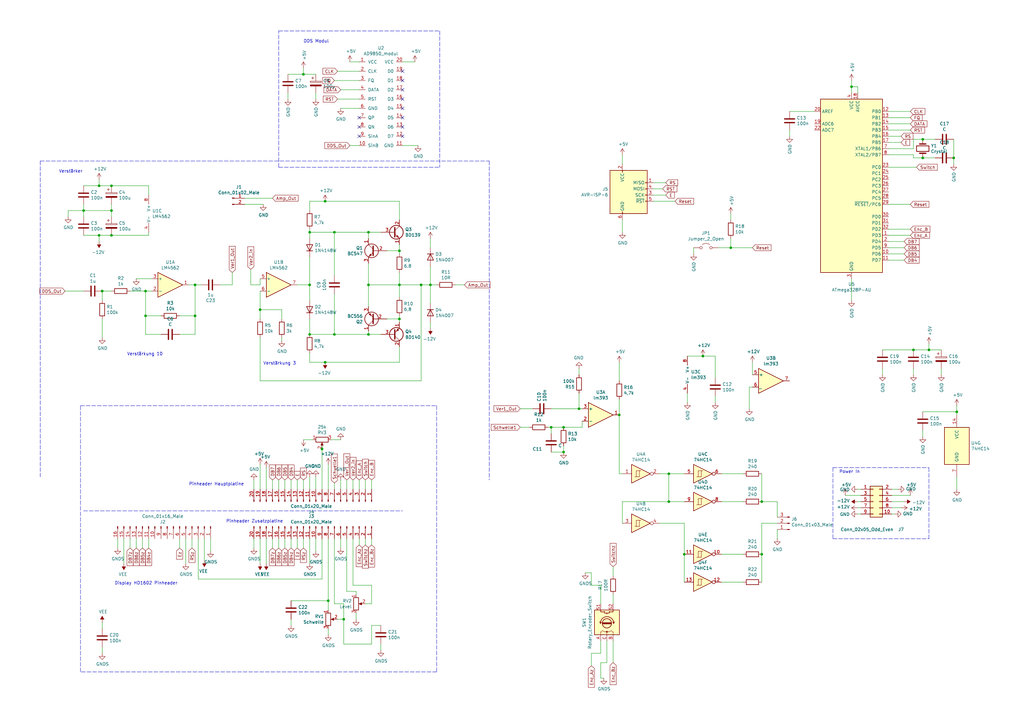
<source format=kicad_sch>
(kicad_sch (version 20231120) (generator "eeschema") (generator_version "8.0")
  (paper "A3")
  (title_block (title "DDS Modul 2 ") (date "2020-10-24") (rev "V5") (comment 1 "DDS mit ATmega, Pulsstufe, Netzteil") (comment 2 "Basierend auf Schaltung DDS VFO  Richard Visokey AD7C www.ad7c.com"))
  (junction (at 163.83 102.87))
  (junction (at 274.32 194.31))
  (junction (at 151.13 116.84))
  (junction (at 127 116.84))
  (junction (at 312.42 227.33))
  (junction (at 134.62 246.38))
  (junction (at 378.46 57.15))
  (junction (at 127 95.25))
  (junction (at 312.42 205.74))
  (junction (at 80.01 116.84))
  (junction (at 274.32 205.74))
  (junction (at 59.69 129.54))
  (junction (at 226.06 175.26))
  (junction (at 45.72 86.36))
  (junction (at 106.68 127))
  (junction (at 137.16 95.25))
  (junction (at 151.13 95.25))
  (junction (at 172.72 116.84))
  (junction (at 40.64 96.52))
  (junction (at 132.08 184.15))
  (junction (at 163.83 116.84))
  (junction (at 140.97 254))
  (junction (at 381 143.51))
  (junction (at 392.43 168.91))
  (junction (at 45.72 76.2))
  (junction (at 127 137.16))
  (junction (at 45.72 96.52))
  (junction (at 176.53 116.84))
  (junction (at 80.01 129.54))
  (junction (at 34.29 86.36))
  (junction (at 254 170.18))
  (junction (at 280.67 227.33))
  (junction (at 133.35 148.59))
  (junction (at 391.16 64.77))
  (junction (at 124.46 30.48))
  (junction (at 237.49 167.64))
  (junction (at 374.65 143.51))
  (junction (at 231.14 175.26))
  (junction (at 133.35 82.55))
  (junction (at 59.69 119.38))
  (junction (at 151.13 137.16))
  (junction (at 137.16 137.16))
  (junction (at 378.46 64.77))
  (junction (at 41.91 119.38))
  (junction (at 288.29 146.05))
  (junction (at 40.64 76.2))
  (junction (at 231.14 185.42))
  (junction (at 163.83 130.81))
  (junction (at 349.25 35.56))
  (junction (at 299.72 101.6))
  (no_connect (at 165.1 33.02))
  (no_connect (at 165.1 55.88))
  (no_connect (at 165.1 29.21))
  (no_connect (at 147.32 52.07))
  (no_connect (at 165.1 44.45))
  (no_connect (at 165.1 48.26))
  (no_connect (at 147.32 48.26))
  (no_connect (at 165.1 52.07))
  (no_connect (at 147.32 55.88))
  (no_connect (at 165.1 36.83))
  (no_connect (at 165.1 40.64))
  (no_connect (at 250.19 -35.56))
  (wire (pts (xy 246.38 271.78) (xy 248.92 271.78)))
  (wire (pts (xy 59.69 119.38) (xy 59.69 129.54)))
  (wire (pts (xy 119.38 254) (xy 119.38 256.54)))
  (wire (pts (xy 163.83 102.87) (xy 163.83 100.33)))
  (wire (pts (xy 80.01 137.16) (xy 80.01 129.54)))
  (wire (pts (xy 251.46 232.41) (xy 251.46 236.22)))
  (wire (pts (xy 270.51 214.63) (xy 280.67 214.63)))
  (wire (pts (xy 83.82 229.87) (xy 83.82 220.98)))
  (wire (pts (xy 176.53 116.84) (xy 172.72 116.84)))
  (wire (pts (xy 134.62 260.35) (xy 134.62 257.81)))
  (polyline (pts (xy 341.63 191.77) (xy 381 191.77)) (stroke (width 0) (type dash)))
  (wire (pts (xy 293.37 146.05) (xy 293.37 154.94)))
  (wire (pts (xy 251.46 247.65) (xy 251.46 243.84)))
  (wire (pts (xy 374.65 60.96) (xy 374.65 57.15)))
  (wire (pts (xy 351.79 35.56) (xy 349.25 35.56)))
  (wire (pts (xy 378.46 168.91) (xy 392.43 168.91)))
  (wire (pts (xy 378.46 57.15) (xy 383.54 57.15)))
  (wire (pts (xy 34.29 88.9) (xy 34.29 86.36)))
  (wire (pts (xy 138.43 29.21) (xy 147.32 29.21)))
  (wire (pts (xy 81.28 237.49) (xy 81.28 220.98)))
  (wire (pts (xy 62.23 114.3) (xy 55.88 114.3)))
  (wire (pts (xy 106.68 127) (xy 106.68 130.81)))
  (wire (pts (xy 114.3 196.85) (xy 114.3 200.66)))
  (wire (pts (xy 273.05 80.01) (xy 267.97 80.01)))
  (wire (pts (xy 299.72 87.63) (xy 299.72 90.17)))
  (wire (pts (xy 248.92 262.89) (xy 248.92 271.78)))
  (polyline (pts (xy 114.3 68.58) (xy 180.34 68.58)) (stroke (width 0) (type dash)))
  (wire (pts (xy 255.27 205.74) (xy 255.27 214.63)))
  (wire (pts (xy 26.67 119.38) (xy 34.29 119.38)))
  (wire (pts (xy 312.42 214.63) (xy 318.77 214.63)))
  (wire (pts (xy 116.84 224.79) (xy 116.84 220.98)))
  (wire (pts (xy 163.83 111.76) (xy 163.83 116.84)))
  (wire (pts (xy 255.27 67.31) (xy 255.27 63.5)))
  (wire (pts (xy 45.72 88.9) (xy 45.72 86.36)))
  (wire (pts (xy 119.38 246.38) (xy 134.62 246.38)))
  (wire (pts (xy 156.21 264.16) (xy 156.21 266.7)))
  (wire (pts (xy 254 170.18) (xy 254 194.31)))
  (wire (pts (xy 78.74 224.79) (xy 78.74 220.98)))
  (wire (pts (xy 142.24 196.85) (xy 142.24 200.66)))
  (polyline (pts (xy 16.51 66.04) (xy 200.66 66.04)) (stroke (width 0) (type dash)))
  (wire (pts (xy 246.38 267.97) (xy 242.57 267.97)))
  (wire (pts (xy 27.94 86.36) (xy 34.29 86.36)))
  (polyline (pts (xy 33.02 166.37) (xy 179.07 166.37)) (stroke (width 0) (type dash)))
  (wire (pts (xy 323.85 53.34) (xy 323.85 55.88)))
  (wire (pts (xy 137.16 113.03) (xy 137.16 95.25)))
  (polyline (pts (xy 341.63 191.77) (xy 341.63 220.98)) (stroke (width 0) (type dash)))
  (wire (pts (xy 307.34 167.64) (xy 307.34 158.75)))
  (wire (pts (xy 137.16 95.25) (xy 151.13 95.25)))
  (wire (pts (xy 41.91 119.38) (xy 45.72 119.38)))
  (wire (pts (xy 152.4 220.98) (xy 152.4 223.52)))
  (wire (pts (xy 165.1 25.4) (xy 170.18 25.4)))
  (wire (pts (xy 142.24 242.57) (xy 146.05 242.57)))
  (wire (pts (xy 104.14 200.66) (xy 104.14 196.85)))
  (wire (pts (xy 146.05 242.57) (xy 146.05 243.84)))
  (wire (pts (xy 45.72 96.52) (xy 60.96 96.52)))
  (wire (pts (xy 226.06 185.42) (xy 231.14 185.42)))
  (wire (pts (xy 226.06 167.64) (xy 237.49 167.64)))
  (wire (pts (xy 163.83 90.17) (xy 163.83 82.55)))
  (wire (pts (xy 163.83 116.84) (xy 163.83 121.92)))
  (wire (pts (xy 151.13 116.84) (xy 151.13 125.73)))
  (wire (pts (xy 34.29 83.82) (xy 34.29 86.36)))
  (wire (pts (xy 270.51 194.31) (xy 274.32 194.31)))
  (wire (pts (xy 176.53 109.22) (xy 176.53 116.84)))
  (wire (pts (xy 364.49 106.68) (xy 370.84 106.68)))
  (wire (pts (xy 312.42 205.74) (xy 318.77 205.74)))
  (wire (pts (xy 137.16 120.65) (xy 137.16 137.16)))
  (wire (pts (xy 119.38 196.85) (xy 119.38 200.66)))
  (wire (pts (xy 163.83 116.84) (xy 151.13 116.84)))
  (wire (pts (xy 312.42 227.33) (xy 312.42 214.63)))
  (wire (pts (xy 147.32 200.66) (xy 147.32 196.85)))
  (wire (pts (xy 254 194.31) (xy 255.27 194.31)))
  (wire (pts (xy 242.57 267.97) (xy 242.57 273.05)))
  (wire (pts (xy 246.38 240.03) (xy 242.57 240.03)))
  (wire (pts (xy 140.97 247.65) (xy 137.16 247.65)))
  (wire (pts (xy 60.96 224.79) (xy 60.96 220.98)))
  (wire (pts (xy 124.46 30.48) (xy 124.46 27.94)))
  (wire (pts (xy 111.76 224.79) (xy 111.76 220.98)))
  (wire (pts (xy 121.92 196.85) (xy 121.92 200.66)))
  (wire (pts (xy 274.32 194.31) (xy 274.32 205.74)))
  (wire (pts (xy 124.46 224.79) (xy 124.46 220.98)))
  (wire (pts (xy 237.49 161.29) (xy 237.49 167.64)))
  (wire (pts (xy 60.96 80.01) (xy 60.96 76.2)))
  (wire (pts (xy 240.03 234.95) (xy 242.57 234.95)))
  (wire (pts (xy 365.76 205.74) (xy 370.84 205.74)))
  (wire (pts (xy 151.13 95.25) (xy 156.21 95.25)))
  (wire (pts (xy 27.94 88.9) (xy 27.94 86.36)))
  (wire (pts (xy 40.64 76.2) (xy 40.64 73.66)))
  (wire (pts (xy 80.01 129.54) (xy 80.01 116.84)))
  (wire (pts (xy 127 93.98) (xy 127 95.25)))
  (wire (pts (xy 137.16 247.65) (xy 137.16 220.98)))
  (wire (pts (xy 254 148.59) (xy 254 156.21)))
  (wire (pts (xy 274.32 205.74) (xy 255.27 205.74)))
  (wire (pts (xy 318.77 205.74) (xy 318.77 212.09)))
  (wire (pts (xy 246.38 262.89) (xy 246.38 267.97)))
  (wire (pts (xy 106.68 114.3) (xy 106.68 116.84)))
  (wire (pts (xy 73.66 224.79) (xy 73.66 220.98)))
  (wire (pts (xy 50.8 231.14) (xy 50.8 220.98)))
  (wire (pts (xy 140.97 264.16) (xy 152.4 264.16)))
  (wire (pts (xy 353.06 205.74) (xy 351.79 205.74)))
  (polyline (pts (xy 16.51 66.04) (xy 16.51 195.58)) (stroke (width 0) (type dash)))
  (wire (pts (xy 238.76 167.64) (xy 237.49 167.64)))
  (wire (pts (xy 172.72 116.84) (xy 172.72 156.21)))
  (wire (pts (xy 312.42 238.76) (xy 312.42 227.33)))
  (wire (pts (xy 284.48 101.6) (xy 284.48 104.14)))
  (wire (pts (xy 158.75 102.87) (xy 163.83 102.87)))
  (wire (pts (xy 132.08 200.66) (xy 132.08 184.15)))
  (polyline (pts (xy 381 220.98) (xy 381 191.77)) (stroke (width 0) (type dash)))
  (wire (pts (xy 58.42 224.79) (xy 58.42 220.98)))
  (wire (pts (xy 45.72 83.82) (xy 45.72 86.36)))
  (wire (pts (xy 137.16 137.16) (xy 151.13 137.16)))
  (wire (pts (xy 139.7 36.83) (xy 147.32 36.83)))
  (wire (pts (xy 349.25 35.56) (xy 349.25 33.02)))
  (wire (pts (xy 152.4 240.03) (xy 152.4 247.65)))
  (wire (pts (xy 255.27 95.25) (xy 255.27 90.17)))
  (wire (pts (xy 367.03 210.82) (xy 365.76 210.82)))
  (wire (pts (xy 176.53 101.6) (xy 176.53 97.79)))
  (wire (pts (xy 134.62 246.38) (xy 134.62 250.19)))
  (polyline (pts (xy 200.66 66.04) (xy 200.66 196.85)) (stroke (width 0) (type dash)))
  (wire (pts (xy 127 95.25) (xy 127 97.79)))
  (wire (pts (xy 365.76 203.2) (xy 373.38 203.2)))
  (wire (pts (xy 59.69 129.54) (xy 66.04 129.54)))
  (wire (pts (xy 165.1 59.69) (xy 171.45 59.69)))
  (wire (pts (xy 45.72 76.2) (xy 40.64 76.2)))
  (wire (pts (xy 247.65 278.13) (xy 246.38 278.13)))
  (wire (pts (xy 127 137.16) (xy 137.16 137.16)))
  (wire (pts (xy 349.25 38.1) (xy 349.25 35.56)))
  (wire (pts (xy 281.94 161.29) (xy 281.94 165.1)))
  (wire (pts (xy 102.87 116.84) (xy 106.68 116.84)))
  (wire (pts (xy 86.36 226.06) (xy 86.36 220.98)))
  (wire (pts (xy 224.79 175.26) (xy 226.06 175.26)))
  (wire (pts (xy 147.32 44.45) (xy 139.7 44.45)))
  (wire (pts (xy 76.2 220.98) (xy 76.2 231.14)))
  (wire (pts (xy 152.4 256.54) (xy 156.21 256.54)))
  (wire (pts (xy 143.51 59.69) (xy 147.32 59.69)))
  (wire (pts (xy 121.92 224.79) (xy 121.92 220.98)))
  (wire (pts (xy 109.22 220.98) (xy 109.22 231.14)))
  (wire (pts (xy 152.4 200.66) (xy 152.4 196.85)))
  (wire (pts (xy 53.34 119.38) (xy 59.69 119.38)))
  (wire (pts (xy 60.96 95.25) (xy 60.96 96.52)))
  (wire (pts (xy 392.43 200.66) (xy 392.43 195.58)))
  (wire (pts (xy 142.24 220.98) (xy 142.24 242.57)))
  (wire (pts (xy 111.76 196.85) (xy 111.76 200.66)))
  (wire (pts (xy 127 220.98) (xy 127 231.14)))
  (wire (pts (xy 55.88 224.79) (xy 55.88 220.98)))
  (polyline (pts (xy 341.63 220.98) (xy 381 220.98)) (stroke (width 0) (type dash)))
  (wire (pts (xy 246.38 247.65) (xy 246.38 240.03)))
  (wire (pts (xy 323.85 45.72) (xy 334.01 45.72)))
  (wire (pts (xy 295.91 194.31) (xy 304.8 194.31)))
  (wire (pts (xy 115.57 127) (xy 106.68 127)))
  (wire (pts (xy 369.57 58.42) (xy 364.49 58.42)))
  (wire (pts (xy 237.49 153.67) (xy 237.49 151.13)))
  (wire (pts (xy 138.43 254) (xy 140.97 254)))
  (wire (pts (xy 106.68 138.43) (xy 106.68 156.21)))
  (wire (pts (xy 369.57 208.28) (xy 365.76 208.28)))
  (wire (pts (xy 41.91 130.81) (xy 41.91 138.43)))
  (wire (pts (xy 147.32 220.98) (xy 147.32 223.52)))
  (wire (pts (xy 190.5 116.84) (xy 186.69 116.84)))
  (wire (pts (xy 242.57 240.03) (xy 242.57 234.95)))
  (wire (pts (xy 172.72 116.84) (xy 163.83 116.84)))
  (wire (pts (xy 135.89 180.34) (xy 139.7 180.34)))
  (wire (pts (xy 373.38 53.34) (xy 364.49 53.34)))
  (wire (pts (xy 151.13 97.79) (xy 151.13 95.25)))
  (wire (pts (xy 106.68 231.14) (xy 106.68 220.98)))
  (wire (pts (xy 374.65 64.77) (xy 378.46 64.77)))
  (wire (pts (xy 386.08 151.13) (xy 386.08 153.67)))
  (wire (pts (xy 146.05 254) (xy 146.05 251.46)))
  (wire (pts (xy 281.94 146.05) (xy 288.29 146.05)))
  (wire (pts (xy 353.06 200.66) (xy 351.79 200.66)))
  (wire (pts (xy 124.46 180.34) (xy 128.27 180.34)))
  (wire (pts (xy 41.91 255.27) (xy 41.91 257.81)))
  (wire (pts (xy 137.16 200.66) (xy 137.16 198.12)))
  (wire (pts (xy 73.66 137.16) (xy 80.01 137.16)))
  (wire (pts (xy 149.86 200.66) (xy 149.86 196.85)))
  (wire (pts (xy 364.49 50.8) (xy 373.38 50.8)))
  (wire (pts (xy 280.67 205.74) (xy 274.32 205.74)))
  (wire (pts (xy 231.14 175.26) (xy 238.76 175.26)))
  (wire (pts (xy 106.68 156.21) (xy 172.72 156.21)))
  (wire (pts (xy 375.92 68.58) (xy 364.49 68.58)))
  (wire (pts (xy 139.7 220.98) (xy 139.7 224.79)))
  (wire (pts (xy 176.53 134.62) (xy 176.53 132.08)))
  (wire (pts (xy 213.36 175.26) (xy 217.17 175.26)))
  (wire (pts (xy 144.78 196.85) (xy 144.78 200.66)))
  (wire (pts (xy 100.33 81.28) (xy 111.76 81.28)))
  (wire (pts (xy 121.92 116.84) (xy 127 116.84)))
  (wire (pts (xy 144.78 220.98) (xy 144.78 240.03)))
  (wire (pts (xy 295.91 205.74) (xy 304.8 205.74)))
  (wire (pts (xy 127 148.59) (xy 133.35 148.59)))
  (wire (pts (xy 140.97 254) (xy 140.97 264.16)))
  (wire (pts (xy 364.49 48.26) (xy 373.38 48.26)))
  (wire (pts (xy 48.26 220.98) (xy 48.26 224.79)))
  (polyline (pts (xy 180.34 12.7) (xy 180.34 68.58)) (stroke (width 0) (type dash)))
  (wire (pts (xy 254 163.83) (xy 254 170.18)))
  (wire (pts (xy 361.95 143.51) (xy 374.65 143.51)))
  (wire (pts (xy 73.66 129.54) (xy 80.01 129.54)))
  (wire (pts (xy 143.51 25.4) (xy 147.32 25.4)))
  (wire (pts (xy 391.16 57.15) (xy 391.16 64.77)))
  (wire (pts (xy 127 116.84) (xy 127 123.19)))
  (wire (pts (xy 127 86.36) (xy 127 82.55)))
  (polyline (pts (xy 34.29 209.55) (xy 165.1 209.55)) (stroke (width 0) (type dash)))
  (wire (pts (xy 81.28 237.49) (xy 132.08 237.49)))
  (wire (pts (xy 365.76 200.66) (xy 368.3 200.66)))
  (wire (pts (xy 378.46 64.77) (xy 383.54 64.77)))
  (wire (pts (xy 134.62 220.98) (xy 134.62 246.38)))
  (wire (pts (xy 80.01 116.84) (xy 82.55 116.84)))
  (wire (pts (xy 373.38 83.82) (xy 364.49 83.82)))
  (wire (pts (xy 139.7 200.66) (xy 139.7 196.85)))
  (wire (pts (xy 66.04 137.16) (xy 59.69 137.16)))
  (wire (pts (xy 391.16 64.77) (xy 391.16 67.31)))
  (wire (pts (xy 364.49 96.52) (xy 373.38 96.52)))
  (polyline (pts (xy 179.07 275.59) (xy 33.02 275.59)) (stroke (width 0) (type dash)))
  (wire (pts (xy 137.16 33.02) (xy 147.32 33.02)))
  (wire (pts (xy 364.49 45.72) (xy 373.38 45.72)))
  (wire (pts (xy 129.54 200.66) (xy 129.54 195.58)))
  (wire (pts (xy 293.37 162.56) (xy 293.37 165.1)))
  (wire (pts (xy 318.77 217.17) (xy 318.77 220.98)))
  (wire (pts (xy 369.57 55.88) (xy 364.49 55.88)))
  (wire (pts (xy 349.25 123.19) (xy 349.25 114.3)))
  (wire (pts (xy 129.54 30.48) (xy 124.46 30.48)))
  (wire (pts (xy 364.49 63.5) (xy 374.65 63.5)))
  (wire (pts (xy 133.35 82.55) (xy 163.83 82.55)))
  (wire (pts (xy 295.91 238.76) (xy 304.8 238.76)))
  (wire (pts (xy 163.83 132.08) (xy 163.83 130.81)))
  (wire (pts (xy 115.57 139.7) (xy 115.57 138.43)))
  (wire (pts (xy 294.64 101.6) (xy 299.72 101.6)))
  (wire (pts (xy 374.65 151.13) (xy 374.65 153.67)))
  (wire (pts (xy 34.29 76.2) (xy 40.64 76.2)))
  (wire (pts (xy 140.97 254) (xy 140.97 247.65)))
  (wire (pts (xy 231.14 182.88) (xy 231.14 185.42)))
  (wire (pts (xy 392.43 168.91) (xy 392.43 166.37)))
  (wire (pts (xy 53.34 224.79) (xy 53.34 220.98)))
  (wire (pts (xy 163.83 104.14) (xy 163.83 102.87)))
  (wire (pts (xy 273.05 74.93) (xy 267.97 74.93)))
  (wire (pts (xy 118.11 38.1) (xy 118.11 40.64)))
  (polyline (pts (xy 179.07 166.37) (xy 179.07 275.59)) (stroke (width 0) (type dash)))
  (wire (pts (xy 59.69 119.38) (xy 62.23 119.38)))
  (wire (pts (xy 213.36 167.64) (xy 218.44 167.64)))
  (wire (pts (xy 127 144.78) (xy 127 148.59)))
  (polyline (pts (xy 33.02 275.59) (xy 33.02 166.37)) (stroke (width 0) (type dash)))
  (wire (pts (xy 378.46 176.53) (xy 378.46 179.07)))
  (wire (pts (xy 95.25 111.76) (xy 95.25 116.84)))
  (wire (pts (xy 374.65 57.15) (xy 378.46 57.15)))
  (wire (pts (xy 129.54 226.06) (xy 129.54 220.98)))
  (wire (pts (xy 34.29 86.36) (xy 45.72 86.36)))
  (wire (pts (xy 151.13 137.16) (xy 156.21 137.16)))
  (wire (pts (xy 127 95.25) (xy 137.16 95.25)))
  (wire (pts (xy 276.86 82.55) (xy 267.97 82.55)))
  (wire (pts (xy 138.43 40.64) (xy 147.32 40.64)))
  (wire (pts (xy 34.29 96.52) (xy 40.64 96.52)))
  (wire (pts (xy 246.38 278.13) (xy 246.38 271.78)))
  (wire (pts (xy 386.08 143.51) (xy 381 143.51)))
  (wire (pts (xy 133.35 148.59) (xy 163.83 148.59)))
  (wire (pts (xy 351.79 38.1) (xy 351.79 35.56)))
  (wire (pts (xy 295.91 227.33) (xy 304.8 227.33)))
  (wire (pts (xy 374.65 143.51) (xy 381 143.51)))
  (wire (pts (xy 176.53 116.84) (xy 176.53 124.46)))
  (wire (pts (xy 149.86 220.98) (xy 149.86 223.52)))
  (wire (pts (xy 251.46 262.89) (xy 251.46 271.78)))
  (wire (pts (xy 288.29 146.05) (xy 293.37 146.05)))
  (wire (pts (xy 114.3 224.79) (xy 114.3 220.98)))
  (wire (pts (xy 308.61 153.67) (xy 308.61 148.59)))
  (wire (pts (xy 364.49 101.6) (xy 370.84 101.6)))
  (wire (pts (xy 80.01 116.84) (xy 77.47 116.84)))
  (wire (pts (xy 132.08 220.98) (xy 132.08 237.49)))
  (wire (pts (xy 238.76 172.72) (xy 238.76 175.26)))
  (wire (pts (xy 151.13 135.89) (xy 151.13 137.16)))
  (wire (pts (xy 127 116.84) (xy 127 105.41)))
  (wire (pts (xy 100.33 83.82) (xy 107.95 83.82)))
  (wire (pts (xy 41.91 119.38) (xy 41.91 123.19)))
  (wire (pts (xy 124.46 196.85) (xy 124.46 200.66)))
  (wire (pts (xy 307.34 158.75) (xy 308.61 158.75)))
  (wire (pts (xy 104.14 220.98) (xy 104.14 224.79)))
  (wire (pts (xy 102.87 110.49) (xy 102.87 116.84)))
  (wire (pts (xy 374.65 63.5) (xy 374.65 64.77)))
  (wire (pts (xy 118.11 30.48) (xy 124.46 30.48)))
  (wire (pts (xy 129.54 38.1) (xy 129.54 40.64)))
  (wire (pts (xy 127 130.81) (xy 127 137.16)))
  (wire (pts (xy 346.71 203.2) (xy 353.06 203.2)))
  (polyline (pts (xy 114.3 12.7) (xy 180.34 12.7)) (stroke (width 0) (type dash)))
  (wire (pts (xy 144.78 240.03) (xy 152.4 240.03)))
  (wire (pts (xy 351.79 210.82) (xy 353.06 210.82)))
  (wire (pts (xy 40.64 96.52) (xy 40.64 99.06)))
  (polyline (pts (xy 114.3 68.58) (xy 114.3 12.7)) (stroke (width 0) (type dash)))
  (wire (pts (xy 364.49 93.98) (xy 373.38 93.98)))
  (wire (pts (xy 116.84 196.85) (xy 116.84 200.66)))
  (wire (pts (xy 179.07 116.84) (xy 176.53 116.84)))
  (wire (pts (xy 149.86 247.65) (xy 152.4 247.65)))
  (wire (pts (xy 109.22 191.77) (xy 109.22 200.66)))
  (wire (pts (xy 163.83 148.59) (xy 163.83 142.24)))
  (wire (pts (xy 40.64 96.52) (xy 45.72 96.52)))
  (wire (pts (xy 95.25 116.84) (xy 90.17 116.84)))
  (wire (pts (xy 280.67 214.63) (xy 280.67 227.33)))
  (wire (pts (xy 364.49 104.14) (xy 370.84 104.14)))
  (wire (pts (xy 119.38 224.79) (xy 119.38 220.98)))
  (wire (pts (xy 106.68 190.5) (xy 106.68 200.66)))
  (wire (pts (xy 226.06 177.8) (xy 226.06 175.26)))
  (wire (pts (xy 106.68 119.38) (xy 106.68 127)))
  (wire (pts (xy 41.91 265.43) (xy 41.91 267.97)))
  (wire (pts (xy 353.06 208.28) (xy 351.79 208.28)))
  (wire (pts (xy 271.78 77.47) (xy 267.97 77.47)))
  (wire (pts (xy 132.08 184.15) (xy 132.08 182.88)))
  (wire (pts (xy 151.13 116.84) (xy 151.13 107.95)))
  (wire (pts (xy 158.75 130.81) (xy 163.83 130.81)))
  (wire (pts (xy 127 195.58) (xy 127 200.66)))
  (wire (pts (xy 381 143.51) (xy 381 140.97)))
  (wire (pts (xy 392.43 170.18) (xy 392.43 168.91)))
  (wire (pts (xy 134.62 200.66) (xy 134.62 190.5)))
  (wire (pts (xy 361.95 151.13) (xy 361.95 153.67)))
  (wire (pts (xy 226.06 175.26) (xy 231.14 175.26)))
  (wire (pts (xy 115.57 130.81) (xy 115.57 127)))
  (wire (pts (xy 280.67 227.33) (xy 280.67 238.76)))
  (wire (pts (xy 152.4 264.16) (xy 152.4 256.54)))
  (wire (pts (xy 133.35 82.55) (xy 127 82.55)))
  (wire (pts (xy 299.72 101.6) (xy 308.61 101.6)))
  (wire (pts (xy 45.72 76.2) (xy 60.96 76.2)))
  (wire (pts (xy 364.49 60.96) (xy 374.65 60.96)))
  (wire (pts (xy 370.84 99.06) (xy 364.49 99.06)))
  (wire (pts (xy 312.42 194.31) (xy 312.42 205.74)))
  (wire (pts (xy 59.69 137.16) (xy 59.69 129.54)))
  (wire (pts (xy 299.72 97.79) (xy 299.72 101.6)))
  (wire (pts (xy 163.83 130.81) (xy 163.83 129.54)))
  (wire (pts (xy 274.32 194.31) (xy 280.67 194.31)))
  (text "Pinheader Zusatzplatine" (at 92.71 214.63 0) (effects (font (size 1.27 1.27)) (justify left bottom)))
  (text "Verstärkung 3" (at 107.95 149.86 0) (effects (font (size 1.27 1.27)) (justify left bottom)))
  (text "Verstärker" (at 24.13 71.12 0) (effects (font (size 1.27 1.27)) (justify left bottom)))
  (text "Pinheader Hauptplatine" (at 77.47 199.39 0) (effects (font (size 1.27 1.27)) (justify left bottom)))
  (text "DDS Modul\n" (at 124.46 17.78 0) (effects (font (size 1.27 1.27)) (justify left bottom)))
  (text "Verstärkung 10" (at 52.07 146.05 0) (effects (font (size 1.27 1.27)) (justify left bottom)))
  (text "Power In" (at 344.17 194.31 0) (effects (font (size 1.27 1.27)) (justify left bottom)))
  (text "Display HD1602 Pinheader" (at 46.99 240.03 0) (effects (font (size 1.27 1.27)) (justify left bottom)))
  (global_label "DB7z" (shape input) (at 111.76 224.79 270) (property "Intersheetrefs" "${INTERSHEET_REFS}" (effects (hide yes))))
  (global_label "Enc_A" (shape input) (at 373.38 96.52 0) (property "Intersheetrefs" "${INTERSHEET_REFS}" (effects (hide yes))))
  (global_label "DB4" (shape input) (at 370.84 106.68 0) (property "Intersheetrefs" "${INTERSHEET_REFS}" (effects (hide yes))))
  (global_label "DB7z" (shape input) (at 53.34 224.79 270) (property "Intersheetrefs" "${INTERSHEET_REFS}" (effects (hide yes))))
  (global_label "Switch" (shape input) (at 149.86 196.85 90) (property "Intersheetrefs" "${INTERSHEET_REFS}" (effects (hide yes))))
  (global_label "CLK" (shape input) (at 138.43 29.21 180) (property "Intersheetrefs" "${INTERSHEET_REFS}" (effects (hide yes))))
  (global_label "DB6" (shape input) (at 370.84 101.6 0) (property "Intersheetrefs" "${INTERSHEET_REFS}" (effects (hide yes))))
  (global_label "Enc_B" (shape input) (at 373.38 93.98 0) (property "Intersheetrefs" "${INTERSHEET_REFS}" (effects (hide yes))))
  (global_label "FQ" (shape input) (at 137.16 33.02 180) (property "Intersheetrefs" "${INTERSHEET_REFS}" (effects (hide yes))))
  (global_label "Schwelle1" (shape input) (at 137.16 198.12 90) (property "Intersheetrefs" "${INTERSHEET_REFS}" (effects (hide yes))))
  (global_label "Ver1_Out" (shape input) (at 213.36 167.64 180) (property "Intersheetrefs" "${INTERSHEET_REFS}" (effects (hide yes))))
  (global_label "DB5" (shape input) (at 116.84 196.85 90) (property "Intersheetrefs" "${INTERSHEET_REFS}" (effects (hide yes))))
  (global_label "Schwelle1" (shape input) (at 213.36 175.26 180) (property "Intersheetrefs" "${INTERSHEET_REFS}" (effects (hide yes))))
  (global_label "DB7" (shape input) (at 370.84 99.06 0) (property "Intersheetrefs" "${INTERSHEET_REFS}" (effects (hide yes))))
  (global_label "Enc_Az" (shape input) (at 242.57 273.05 270) (property "Intersheetrefs" "${INTERSHEET_REFS}" (effects (hide yes))))
  (global_label "Switchz" (shape input) (at 251.46 232.41 90) (property "Intersheetrefs" "${INTERSHEET_REFS}" (effects (hide yes))))
  (global_label "FQ" (shape input) (at 373.38 48.26 0) (property "Intersheetrefs" "${INTERSHEET_REFS}" (effects (hide yes))))
  (global_label "E" (shape input) (at 121.92 196.85 90) (property "Intersheetrefs" "${INTERSHEET_REFS}" (effects (hide yes))))
  (global_label "RST" (shape input) (at 373.38 53.34 0) (property "Intersheetrefs" "${INTERSHEET_REFS}" (effects (hide yes))))
  (global_label "Ver1_Out" (shape input) (at 142.24 196.85 90) (property "Intersheetrefs" "${INTERSHEET_REFS}" (effects (hide yes))))
  (global_label "Enc_Az" (shape input) (at 147.32 223.52 270) (property "Intersheetrefs" "${INTERSHEET_REFS}" (effects (hide yes))))
  (global_label "DATA" (shape input) (at 373.38 50.8 0) (property "Intersheetrefs" "${INTERSHEET_REFS}" (effects (hide yes))))
  (global_label "DATA" (shape input) (at 139.7 36.83 180) (property "Intersheetrefs" "${INTERSHEET_REFS}" (effects (hide yes))))
  (global_label "Enc_Bz" (shape input) (at 251.46 271.78 270) (property "Intersheetrefs" "${INTERSHEET_REFS}" (effects (hide yes))))
  (global_label "DB5z" (shape input) (at 116.84 224.79 270) (property "Intersheetrefs" "${INTERSHEET_REFS}" (effects (hide yes))))
  (global_label "Reset" (shape input) (at 373.38 83.82 0) (property "Intersheetrefs" "${INTERSHEET_REFS}" (effects (hide yes))))
  (global_label "Switch" (shape input) (at 375.92 68.58 0) (property "Intersheetrefs" "${INTERSHEET_REFS}" (effects (hide yes))))
  (global_label "DB6z" (shape input) (at 114.3 224.79 270) (property "Intersheetrefs" "${INTERSHEET_REFS}" (effects (hide yes))))
  (global_label "RS" (shape input) (at 273.05 74.93 0) (property "Intersheetrefs" "${INTERSHEET_REFS}" (effects (hide yes))))
  (global_label "RS" (shape input) (at 369.57 55.88 0) (property "Intersheetrefs" "${INTERSHEET_REFS}" (effects (hide yes))))
  (global_label "Amp_Out" (shape input) (at 190.5 116.84 0) (property "Intersheetrefs" "${INTERSHEET_REFS}" (effects (hide yes))))
  (global_label "Switchz" (shape input) (at 149.86 223.52 270) (property "Intersheetrefs" "${INTERSHEET_REFS}" (effects (hide yes))))
  (global_label "E" (shape input) (at 273.05 80.01 0) (property "Intersheetrefs" "${INTERSHEET_REFS}" (effects (hide yes))))
  (global_label "RSz" (shape input) (at 78.74 224.79 270) (property "Intersheetrefs" "${INTERSHEET_REFS}" (effects (hide yes))))
  (global_label "Ver2_in" (shape input) (at 102.87 110.49 90) (property "Intersheetrefs" "${INTERSHEET_REFS}" (effects (hide yes))))
  (global_label "DB5" (shape input) (at 370.84 104.14 0) (property "Intersheetrefs" "${INTERSHEET_REFS}" (effects (hide yes))))
  (global_label "Ver2_in" (shape input) (at 144.78 196.85 90) (property "Intersheetrefs" "${INTERSHEET_REFS}" (effects (hide yes))))
  (global_label "Amp_Out" (shape input) (at 111.76 81.28 0) (property "Intersheetrefs" "${INTERSHEET_REFS}" (effects (hide yes))))
  (global_label "DB6z" (shape input) (at 55.88 224.79 270) (property "Intersheetrefs" "${INTERSHEET_REFS}" (effects (hide yes))))
  (global_label "DB5z" (shape input) (at 58.42 224.79 270) (property "Intersheetrefs" "${INTERSHEET_REFS}" (effects (hide yes))))
  (global_label "Reset" (shape input) (at 276.86 82.55 0) (property "Intersheetrefs" "${INTERSHEET_REFS}" (effects (hide yes))))
  (global_label "DB7" (shape input) (at 111.76 196.85 90) (property "Intersheetrefs" "${INTERSHEET_REFS}" (effects (hide yes))))
  (global_label "RST" (shape input) (at 138.43 40.64 180) (property "Intersheetrefs" "${INTERSHEET_REFS}" (effects (hide yes))))
  (global_label "Reset" (shape input) (at 308.61 101.6 0) (property "Intersheetrefs" "${INTERSHEET_REFS}" (effects (hide yes))))
  (global_label "CLK" (shape input) (at 373.38 45.72 0) (property "Intersheetrefs" "${INTERSHEET_REFS}" (effects (hide yes))))
  (global_label "RSz" (shape input) (at 124.46 224.79 270) (property "Intersheetrefs" "${INTERSHEET_REFS}" (effects (hide yes))))
  (global_label "RS" (shape input) (at 124.46 196.85 90) (property "Intersheetrefs" "${INTERSHEET_REFS}" (effects (hide yes))))
  (global_label "RST" (shape input) (at 271.78 77.47 0) (property "Intersheetrefs" "${INTERSHEET_REFS}" (effects (hide yes))))
  (global_label "DDS_Out" (shape input) (at 26.67 119.38 180) (property "Intersheetrefs" "${INTERSHEET_REFS}" (effects (hide yes))))
  (global_label "Ver1_Out" (shape input) (at 95.25 111.76 90) (property "Intersheetrefs" "${INTERSHEET_REFS}" (effects (hide yes))))
  (global_label "DB4z" (shape input) (at 60.96 224.79 270) (property "Intersheetrefs" "${INTERSHEET_REFS}" (effects (hide yes))))
  (global_label "Enc_B" (shape input) (at 152.4 196.85 90) (property "Intersheetrefs" "${INTERSHEET_REFS}" (effects (hide yes))))
  (global_label "Ez" (shape input) (at 73.66 224.79 270) (property "Intersheetrefs" "${INTERSHEET_REFS}" (effects (hide yes))))
  (global_label "DDS_Out" (shape input) (at 143.51 59.69 180) (property "Intersheetrefs" "${INTERSHEET_REFS}" (effects (hide yes))))
  (global_label "DB6" (shape input) (at 114.3 196.85 90) (property "Intersheetrefs" "${INTERSHEET_REFS}" (effects (hide yes))))
  (global_label "Ez" (shape input) (at 121.92 224.79 270) (property "Intersheetrefs" "${INTERSHEET_REFS}" (effects (hide yes))))
  (global_label "DB4z" (shape input) (at 119.38 224.79 270) (property "Intersheetrefs" "${INTERSHEET_REFS}" (effects (hide yes))))
  (global_label "E" (shape input) (at 369.57 58.42 0) (property "Intersheetrefs" "${INTERSHEET_REFS}" (effects (hide yes))))
  (global_label "Enc_Bz" (shape input) (at 152.4 223.52 270) (property "Intersheetrefs" "${INTERSHEET_REFS}" (effects (hide yes))))
  (global_label "Enc_A" (shape input) (at 147.32 196.85 90) (property "Intersheetrefs" "${INTERSHEET_REFS}" (effects (hide yes))))
  (global_label "DB4" (shape input) (at 119.38 196.85 90) (property "Intersheetrefs" "${INTERSHEET_REFS}" (effects (hide yes))))
  (symbol (lib_id "Connector_Generic:Conn_02x05_Odd_Even") (at 358.14 205.74 0) (unit 1)
    (property "Reference" "J7" (at 369.57 217.17 0))
    (property "Value" "Conn_02x05_Odd_Even" (at 355.6 217.17 0))
    (property "Footprint" "Connector_PinHeader_2.54mm:PinHeader_2x05_P2.54mm_Vertical" (effects (hide yes)))
  )
  (symbol (lib_id "DDS_A2_rev1-rescue:GND-power") (at 368.3 200.66 90) (unit 1)
    (property "Reference" "#PWR065" (effects (hide yes)))
    (property "Value" "GND" (at 371.5512 200.533 90) (effects (justify right)))
  )
  (symbol (lib_id "DDS_A2_rev1-rescue:+5V-power") (at 143.51 25.4 0) (unit 1)
    (property "Reference" "#PWR016" (effects (hide yes)))
    (property "Value" "+5V" (at 143.891 21.0058 0))
  )
  (symbol (lib_id "DDS_A2_rev1-rescue:+5V-power") (at 170.18 25.4 0) (unit 1)
    (property "Reference" "#PWR020" (effects (hide yes)))
    (property "Value" "+5V" (at 170.561 21.0058 0))
  )
  (symbol (lib_id "DDS_A2_rev1-rescue:+5V-power") (at 373.38 203.2 0) (unit 1)
    (property "Reference" "#PWR068" (effects (hide yes)))
    (property "Value" "+5V" (at 373.761 198.8058 0))
  )
  (symbol (lib_id "DDS_A2_rev1-rescue:GND-power") (at 171.45 59.69 0) (unit 1)
    (property "Reference" "#PWR021" (effects (hide yes)))
    (property "Value" "GND" (at 171.577 64.0842 0))
  )
  (symbol (lib_id "DDS_A2_rev1-rescue:GND-power") (at 139.7 44.45 0) (unit 1)
    (property "Reference" "#PWR015" (effects (hide yes)))
    (property "Value" "GND" (at 139.827 48.8442 0))
  )
  (symbol (lib_id "DDS_A2_rev1-rescue:-12V-power") (at 370.84 205.74 270) (unit 1)
    (property "Reference" "#PWR067" (effects (hide yes)))
    (property "Value" "-12V" (at 374.0912 206.121 90) (effects (justify left)))
  )
  (symbol (lib_id "DDS_A2_rev1-rescue:+12V-power") (at 369.57 208.28 270) (unit 1)
    (property "Reference" "#PWR066" (effects (hide yes)))
    (property "Value" "+12V" (at 372.8212 208.661 90) (effects (justify left)))
  )
  (symbol (lib_id "Device:C") (at 38.1 119.38 270) (unit 1)
    (property "Reference" "C1" (at 38.1 112.9792 90))
    (property "Value" "1u" (at 38.1 115.2906 90))
    (property "Footprint" "Capacitor_SMD:C_0805_2012Metric_Pad1.15x1.40mm_HandSolder" (effects (hide yes)))
  )
  (symbol (lib_id "DDS_A2_rev1-rescue:-12V-power") (at 40.64 99.06 180) (unit 1)
    (property "Reference" "#PWR04" (effects (hide yes)))
    (property "Value" "-12V" (at 40.259 103.4542 0))
  )
  (symbol (lib_id "DDS_A2_rev1-rescue:+12V-power") (at 40.64 73.66 0) (unit 1)
    (property "Reference" "#PWR03" (effects (hide yes)))
    (property "Value" "+12V" (at 41.021 69.2658 0))
  )
  (symbol (lib_id "Device:R") (at 69.85 129.54 90) (unit 1)
    (property "Reference" "R3" (at 69.85 124.2822 90))
    (property "Value" "10k" (at 69.85 126.5936 90))
    (property "Footprint" "Resistor_SMD:R_0805_2012Metric_Pad1.15x1.40mm_HandSolder" (effects (hide yes)))
  )
  (symbol (lib_id "Device:R") (at 49.53 119.38 90) (unit 1)
    (property "Reference" "R2" (at 49.53 114.1222 90))
    (property "Value" "1k" (at 49.53 116.4336 90))
    (property "Footprint" "Resistor_SMD:R_0805_2012Metric_Pad1.15x1.40mm_HandSolder" (effects (hide yes)))
  )
  (symbol (lib_id "Device:R") (at 41.91 127 0) (unit 1)
    (property "Reference" "R1" (at 43.688 125.8316 0) (effects (justify left)))
    (property "Value" "100k" (at 43.688 128.143 0) (effects (justify left)))
    (property "Footprint" "Resistor_SMD:R_0805_2012Metric_Pad1.15x1.40mm_HandSolder" (effects (hide yes)))
  )
  (symbol (lib_id "DDS_A2_rev1-rescue:GND-power") (at 41.91 138.43 0) (unit 1)
    (property "Reference" "#PWR02" (effects (hide yes)))
    (property "Value" "GND" (at 42.037 142.8242 0))
  )
  (symbol (lib_id "DDS_A2_rev1-rescue:GND-power") (at 55.88 114.3 0) (unit 1)
    (property "Reference" "#PWR05" (effects (hide yes)))
    (property "Value" "GND" (at 56.007 118.6942 0))
  )
  (symbol (lib_id "Device:C") (at 34.29 92.71 0) (unit 1)
    (property "Reference" "C3" (at 37.211 91.5416 0) (effects (justify left)))
    (property "Value" "100n" (at 37.211 93.853 0) (effects (justify left)))
    (property "Footprint" "Capacitor_SMD:C_0805_2012Metric_Pad1.15x1.40mm_HandSolder" (effects (hide yes)))
  )
  (symbol (lib_id "DDS_A2_rev1-rescue:CP-Device") (at 45.72 92.71 0) (unit 1)
    (property "Reference" "C5" (at 48.7172 91.5416 0) (effects (justify left)))
    (property "Value" "100u" (at 48.7172 93.853 0) (effects (justify left)))
    (property "Footprint" "Capacitor_THT:CP_Radial_D5.0mm_P2.50mm" (effects (hide yes)))
  )
  (symbol (lib_id "Device:C") (at 34.29 80.01 0) (unit 1)
    (property "Reference" "C2" (at 37.211 78.8416 0) (effects (justify left)))
    (property "Value" "100n" (at 37.211 81.153 0) (effects (justify left)))
    (property "Footprint" "Capacitor_SMD:C_0805_2012Metric_Pad1.15x1.40mm_HandSolder" (effects (hide yes)))
  )
  (symbol (lib_id "DDS_A2_rev1-rescue:CP-Device") (at 45.72 80.01 0) (unit 1)
    (property "Reference" "C4" (at 48.7172 78.8416 0) (effects (justify left)))
    (property "Value" "100u" (at 48.7172 81.153 0) (effects (justify left)))
    (property "Footprint" "Capacitor_THT:CP_Radial_D5.0mm_P2.50mm" (effects (hide yes)))
  )
  (symbol (lib_id "DDS_A2_rev1-rescue:GND-power") (at 27.94 88.9 0) (unit 1)
    (property "Reference" "#PWR01" (effects (hide yes)))
    (property "Value" "GND" (at 28.067 93.2942 0))
  )
  (symbol (lib_id "Device:R") (at 182.88 116.84 90) (unit 1)
    (property "Reference" "R11" (at 182.88 111.5822 90))
    (property "Value" "10R" (at 182.88 113.8936 90))
    (property "Footprint" "Resistor_SMD:R_2512_6332Metric_Pad1.52x3.35mm_HandSolder" (effects (hide yes)))
  )
  (symbol (lib_id "DDS_A2_rev1-rescue:Conn_01x02_Male-Connector") (at 95.25 81.28 0) (unit 1)
    (property "Reference" "J1" (at 97.9932 76.6826 0))
    (property "Value" "Conn_01x02_Male" (at 97.9932 78.994 0))
    (property "Footprint" "Connector_PinHeader_2.54mm:PinHeader_1x02_P2.54mm_Vertical" (effects (hide yes)))
  )
  (symbol (lib_id "DDS_A2_rev1-rescue:GND-power") (at 107.95 83.82 0) (unit 1)
    (property "Reference" "#PWR06" (effects (hide yes)))
    (property "Value" "GND" (at 108.077 88.2142 0))
  )
  (symbol (lib_id "DDS_A2_rev1-rescue:+5V-power") (at 346.71 203.2 0) (unit 1)
    (property "Reference" "#PWR057" (effects (hide yes)))
    (property "Value" "+5V" (at 347.091 198.8058 0))
  )
  (symbol (lib_id "Transistor_BJT:BD140") (at 161.29 137.16 0) (mirror x) (unit 1)
    (property "Reference" "Q4" (at 166.1668 135.9916 0) (effects (justify left)))
    (property "Value" "BD140" (at 166.1668 138.303 0) (effects (justify left)))
    (property "Footprint" "Package_TO_SOT_THT:TO-126-3_Vertical" (effects (hide yes)))
    (property "Datasheet" "http://www.st.com/internet/com/TECHNICAL_RESOURCES/TECHNICAL_LITERATURE/DATASHEET/CD00001225.pdf" (effects (hide yes)))
  )
  (symbol (lib_id "DDS_A2_rev1-rescue:GND-power") (at 349.25 123.19 0) (unit 1)
    (property "Reference" "#PWR059" (effects (hide yes)))
    (property "Value" "GND" (at 349.377 126.4412 90) (effects (justify right)))
  )
  (symbol (lib_id "Transistor_BJT:BD139") (at 161.29 95.25 0) (unit 1)
    (property "Reference" "Q3" (at 166.1668 94.0816 0) (effects (justify left)))
    (property "Value" "BD139" (at 166.1668 96.393 0) (effects (justify left)))
    (property "Footprint" "Package_TO_SOT_THT:TO-126-3_Vertical" (effects (hide yes)))
    (property "Datasheet" "http://www.st.com/internet/com/TECHNICAL_RESOURCES/TECHNICAL_LITERATURE/DATASHEET/CD00001225.pdf" (effects (hide yes)))
  )
  (symbol (lib_id "Device:R") (at 163.83 107.95 0) (unit 1)
    (property "Reference" "R9" (at 165.608 106.7816 0) (effects (justify left)))
    (property "Value" "6,8" (at 165.608 109.093 0) (effects (justify left)))
    (property "Footprint" "Resistor_SMD:R_2512_6332Metric_Pad1.52x3.35mm_HandSolder" (effects (hide yes)))
  )
  (symbol (lib_id "Device:R") (at 163.83 125.73 0) (unit 1)
    (property "Reference" "R10" (at 165.608 124.5616 0) (effects (justify left)))
    (property "Value" "6,8" (at 165.608 126.873 0) (effects (justify left)))
    (property "Footprint" "Resistor_SMD:R_2512_6332Metric_Pad1.52x3.35mm_HandSolder" (effects (hide yes)))
  )
  (symbol (lib_id "Device:C") (at 374.65 147.32 0) (unit 1)
    (property "Reference" "C14" (at 377.571 146.1516 0) (effects (justify left)))
    (property "Value" "100n" (at 377.571 148.463 0) (effects (justify left)))
    (property "Footprint" "Capacitor_SMD:C_0805_2012Metric_Pad1.15x1.40mm_HandSolder" (effects (hide yes)))
  )
  (symbol (lib_id "DDS_A2_rev1-rescue:CP-Device") (at 386.08 147.32 0) (unit 1)
    (property "Reference" "C16" (at 389.0772 146.1516 0) (effects (justify left)))
    (property "Value" "100u" (at 389.0772 148.463 0) (effects (justify left)))
    (property "Footprint" "Capacitor_THT:CP_Radial_D5.0mm_P2.50mm" (effects (hide yes)))
  )
  (symbol (lib_id "DDS_A2_rev1-rescue:+5V-power") (at 381 140.97 0) (unit 1)
    (property "Reference" "#PWR071" (effects (hide yes)))
    (property "Value" "+5V" (at 381.381 137.7188 90) (effects (justify left)))
  )
  (symbol (lib_id "DDS_A2_rev1-rescue:GND-power") (at 386.08 153.67 0) (unit 1)
    (property "Reference" "#PWR072" (effects (hide yes)))
    (property "Value" "GND" (at 386.207 156.9212 90) (effects (justify right)))
  )
  (symbol (lib_id "DDS_A2_rev1-rescue:GND-power") (at 374.65 153.67 0) (unit 1)
    (property "Reference" "#PWR069" (effects (hide yes)))
    (property "Value" "GND" (at 374.777 156.9212 90) (effects (justify right)))
  )
  (symbol (lib_id "Device:C") (at 118.11 34.29 0) (unit 1)
    (property "Reference" "C7" (at 121.031 33.1216 0) (effects (justify left)))
    (property "Value" "100n" (at 121.031 35.433 0) (effects (justify left)))
    (property "Footprint" "Capacitor_SMD:C_0805_2012Metric_Pad1.15x1.40mm_HandSolder" (effects (hide yes)))
  )
  (symbol (lib_id "DDS_A2_rev1-rescue:CP-Device") (at 129.54 34.29 0) (unit 1)
    (property "Reference" "C8" (at 132.5372 33.1216 0) (effects (justify left)))
    (property "Value" "100u" (at 132.5372 35.433 0) (effects (justify left)))
    (property "Footprint" "Capacitor_THT:CP_Radial_D5.0mm_P2.50mm" (effects (hide yes)))
  )
  (symbol (lib_id "DDS_A2_rev1-rescue:+5V-power") (at 124.46 27.94 0) (unit 1)
    (property "Reference" "#PWR011" (effects (hide yes)))
    (property "Value" "+5V" (at 124.841 24.6888 90) (effects (justify left)))
  )
  (symbol (lib_id "DDS_A2_rev1-rescue:GND-power") (at 129.54 40.64 0) (unit 1)
    (property "Reference" "#PWR012" (effects (hide yes)))
    (property "Value" "GND" (at 129.667 43.8912 90) (effects (justify right)))
  )
  (symbol (lib_id "DDS_A2_rev1-rescue:GND-power") (at 118.11 40.64 0) (unit 1)
    (property "Reference" "#PWR08" (effects (hide yes)))
    (property "Value" "GND" (at 118.237 43.8912 90) (effects (justify right)))
  )
  (symbol (lib_id "Device:R") (at 127 90.17 0) (unit 1)
    (property "Reference" "R7" (at 128.778 89.0016 0) (effects (justify left)))
    (property "Value" "4,7k" (at 128.778 91.313 0) (effects (justify left)))
    (property "Footprint" "Resistor_SMD:R_0805_2012Metric_Pad1.15x1.40mm_HandSolder" (effects (hide yes)))
  )
  (symbol (lib_id "Device:R") (at 127 140.97 0) (unit 1)
    (property "Reference" "R8" (at 128.778 139.8016 0) (effects (justify left)))
    (property "Value" "4,7k" (at 128.778 142.113 0) (effects (justify left)))
    (property "Footprint" "Resistor_SMD:R_0805_2012Metric_Pad1.15x1.40mm_HandSolder" (effects (hide yes)))
  )
  (symbol (lib_id "DDS_A2_rev1-rescue:Rotary_Encoder_Switch-Device") (at 248.92 255.27 90) (unit 1)
    (property "Reference" "SW1" (at 239.5982 255.27 0))
    (property "Value" "Rotary_Encoder_Switch" (at 241.9096 255.27 0))
    (property "Footprint" "Rotary_Encoder:RotaryEncoder_Alps_EC11E-Switch_Vertical_H20mm" (effects (hide yes)))
  )
  (symbol (lib_id "Device:R") (at 251.46 240.03 0) (unit 1)
    (property "Reference" "R17" (at 246.2022 240.03 90))
    (property "Value" "100R" (at 248.5136 240.03 90))
    (property "Footprint" "Resistor_SMD:R_0805_2012Metric_Pad1.15x1.40mm_HandSolder" (effects (hide yes)))
  )
  (symbol (lib_id "Device:R") (at 106.68 134.62 0) (unit 1)
    (property "Reference" "R5" (at 108.458 133.4516 0) (effects (justify left)))
    (property "Value" "10k" (at 108.458 135.763 0) (effects (justify left)))
    (property "Footprint" "Resistor_SMD:R_0805_2012Metric_Pad1.15x1.40mm_HandSolder" (effects (hide yes)))
  )
  (symbol (lib_id "DDS_A2_rev1-rescue:Conn_01x16_Male-Connector") (at 68.58 215.9 270) (unit 1)
    (property "Reference" "J2" (at 66.7512 214.0458 90))
    (property "Value" "Conn_01x16_Male" (at 66.7512 211.7344 90))
    (property "Footprint" "Connector_PinHeader_2.54mm:PinHeader_1x16_P2.54mm_Vertical" (effects (hide yes)))
  )
  (symbol (lib_id "DDS_A2_rev1-rescue:+12V-power") (at 133.35 82.55 0) (unit 1)
    (property "Reference" "#PWR013" (effects (hide yes)))
    (property "Value" "+12V" (at 133.731 78.1558 0))
  )
  (symbol (lib_id "Device:C") (at 137.16 116.84 0) (unit 1)
    (property "Reference" "C9" (at 130.7592 116.84 90))
    (property "Value" "100n" (at 133.0706 116.84 90))
    (property "Footprint" "Capacitor_SMD:C_0805_2012Metric_Pad1.15x1.40mm_HandSolder" (effects (hide yes)))
  )
  (symbol (lib_id "DDS_A2_rev1-rescue:R_POT-Device") (at 132.08 180.34 90) (mirror x) (unit 1)
    (property "Reference" "RV3" (at 132.08 177.419 90))
    (property "Value" "25k" (at 132.08 175.1076 90))
    (property "Footprint" "Potentiometer_THT:Potentiometer_Bourns_3296W_Vertical" (effects (hide yes)))
  )
  (symbol (lib_id "DDS_A2_rev1-rescue:+5V-power") (at 124.46 180.34 0) (mirror x) (unit 1)
    (property "Reference" "#PWR037" (effects (hide yes)))
    (property "Value" "+5V" (at 124.841 184.7342 0))
  )
  (symbol (lib_id "DDS_A2_rev1-rescue:GND-power") (at 139.7 180.34 0) (mirror x) (unit 1)
    (property "Reference" "#PWR045" (effects (hide yes)))
    (property "Value" "GND" (at 139.827 175.9458 0))
  )
  (symbol (lib_id "DDS_A2_rev1-rescue:-12V-power") (at 133.35 148.59 180) (unit 1)
    (property "Reference" "#PWR014" (effects (hide yes)))
    (property "Value" "-12V" (at 132.969 152.9842 0))
  )
  (symbol (lib_id "Device:R") (at 115.57 134.62 0) (unit 1)
    (property "Reference" "R6" (at 117.348 133.4516 0) (effects (justify left)))
    (property "Value" "3k" (at 117.348 135.763 0) (effects (justify left)))
    (property "Footprint" "Resistor_SMD:R_0805_2012Metric_Pad1.15x1.40mm_HandSolder" (effects (hide yes)))
  )
  (symbol (lib_id "Diode:1N4007") (at 176.53 128.27 270) (unit 1)
    (property "Reference" "D4" (at 178.5366 127.1016 90) (effects (justify left)))
    (property "Value" "1N4007" (at 178.5366 129.413 90) (effects (justify left)))
    (property "Footprint" "Diode_THT:D_DO-41_SOD81_P10.16mm_Horizontal" (effects (hide yes)))
    (property "Datasheet" "http://www.vishay.com/docs/88503/1n4001.pdf" (effects (hide yes)))
  )
  (symbol (lib_id "Diode:1N4007") (at 176.53 105.41 270) (unit 1)
    (property "Reference" "D3" (at 178.5366 104.2416 90) (effects (justify left)))
    (property "Value" "1N4007" (at 178.5366 106.553 90) (effects (justify left)))
    (property "Footprint" "Diode_THT:D_DO-41_SOD81_P10.16mm_Horizontal" (effects (hide yes)))
    (property "Datasheet" "http://www.vishay.com/docs/88503/1n4001.pdf" (effects (hide yes)))
  )
  (symbol (lib_id "DDS_A2_rev1-rescue:GND-power") (at 115.57 139.7 0) (unit 1)
    (property "Reference" "#PWR07" (effects (hide yes)))
    (property "Value" "GND" (at 115.697 144.0942 0))
  )
  (symbol (lib_id "DDS_A2_rev1-rescue:-12V-power") (at 176.53 134.62 180) (unit 1)
    (property "Reference" "#PWR025" (effects (hide yes)))
    (property "Value" "-12V" (at 176.149 139.0142 0))
  )
  (symbol (lib_id "DDS_A2_rev1-rescue:+12V-power") (at 176.53 97.79 0) (unit 1)
    (property "Reference" "#PWR024" (effects (hide yes)))
    (property "Value" "+12V" (at 176.911 93.3958 0))
  )
  (symbol (lib_id "Device:C") (at 69.85 137.16 270) (unit 1)
    (property "Reference" "C6" (at 69.85 130.7592 90))
    (property "Value" "C" (at 69.85 133.0706 90))
    (property "Footprint" "Capacitor_SMD:C_0805_2012Metric_Pad1.15x1.40mm_HandSolder" (effects (hide yes)))
  )
  (symbol (lib_id "Diode:1N4148W") (at 127 101.6 90) (unit 1)
    (property "Reference" "D1" (at 129.032 100.4316 90) (effects (justify right)))
    (property "Value" "1N4148W" (at 129.032 102.743 90) (effects (justify right)))
    (property "Footprint" "Diode_SMD:D_SOD-123" (effects (hide yes)))
    (property "Datasheet" "https://www.vishay.com/docs/85748/1n4148w.pdf" (effects (hide yes)))
  )
  (symbol (lib_id "Diode:1N4148W") (at 127 127 90) (unit 1)
    (property "Reference" "D2" (at 129.032 125.8316 90) (effects (justify right)))
    (property "Value" "1N4148W" (at 129.032 128.143 90) (effects (justify right)))
    (property "Footprint" "Diode_SMD:D_SOD-123" (effects (hide yes)))
    (property "Datasheet" "https://www.vishay.com/docs/85748/1n4148w.pdf" (effects (hide yes)))
  )
  (symbol (lib_id "DDS_A2_rev1-rescue:+12V-power") (at 351.79 208.28 90) (unit 1)
    (property "Reference" "#PWR062" (effects (hide yes)))
    (property "Value" "+12V" (at 348.5388 207.899 90) (effects (justify left)))
  )
  (symbol (lib_id "DDS_A2_rev1-rescue:GND-power") (at 351.79 200.66 270) (unit 1)
    (property "Reference" "#PWR060" (effects (hide yes)))
    (property "Value" "GND" (at 348.5388 200.787 90) (effects (justify right)))
  )
  (symbol (lib_id "DDS_A2_rev1-rescue:-12V-power") (at 351.79 205.74 90) (unit 1)
    (property "Reference" "#PWR061" (effects (hide yes)))
    (property "Value" "-12V" (at 348.5388 205.359 90) (effects (justify left)))
  )
  (symbol (lib_id "DDS_A2_rev1-rescue:GND-power") (at 367.03 210.82 90) (unit 1)
    (property "Reference" "#PWR064" (effects (hide yes)))
    (property "Value" "GND" (at 370.2812 210.693 90) (effects (justify right)))
  )
  (symbol (lib_id "DDS_A2_rev1-rescue:GND-power") (at 351.79 210.82 270) (unit 1)
    (property "Reference" "#PWR063" (effects (hide yes)))
    (property "Value" "GND" (at 348.5388 210.947 90) (effects (justify right)))
  )
  (symbol (lib_id "arnd_eigen:AD9850_modul") (at 130.81 21.59 270) (unit 1)
    (property "Reference" "U2" (at 156.21 19.685 90))
    (property "Value" "AD9850_modul" (at 156.21 21.9964 90))
    (property "Footprint" "AD9850_module:AD9850modul" (effects (hide yes)))
  )
  (symbol (lib_id "Connector:AVR-ISP-6") (at 257.81 80.01 0) (unit 1)
    (property "Reference" "J5" (at 249.4534 77.5716 0) (effects (justify right)))
    (property "Value" "AVR-ISP-6" (at 249.4534 79.883 0) (effects (justify right)))
    (property "Footprint" "Connector_PinHeader_2.54mm:PinHeader_2x03_P2.54mm_Vertical" (effects (hide yes)))
  )
  (symbol (lib_id "DDS_A2_rev1-rescue:GND-power") (at 255.27 95.25 0) (unit 1)
    (property "Reference" "#PWR042" (effects (hide yes)))
    (property "Value" "GND" (at 255.397 99.6442 0))
  )
  (symbol (lib_id "DDS_A2_rev1-rescue:+5V-power") (at 255.27 63.5 0) (unit 1)
    (property "Reference" "#PWR041" (effects (hide yes)))
    (property "Value" "+5V" (at 255.651 59.1058 0))
  )
  (symbol (lib_id "Amplifier_Operational:LM4562") (at 114.3 116.84 0) (unit 2)
    (property "Reference" "U1" (at 114.3 107.5182 0))
    (property "Value" "LM4562" (at 114.3 109.8296 0))
    (property "Footprint" "Package_SO:SOIC-8_3.9x4.9mm_P1.27mm" (effects (hide yes)))
    (property "Datasheet" "http://www.ti.com/lit/ds/symlink/lm393.pdf" (effects (hide yes)))
  )
  (symbol (lib_id "Transistor_BJT:BC547") (at 153.67 102.87 0) (mirror y) (unit 1)
    (property "Reference" "Q1" (at 148.8186 101.7016 0) (effects (justify left)))
    (property "Value" "BC547" (at 148.8186 104.013 0) (effects (justify left)))
    (property "Footprint" "Package_TO_SOT_THT:TO-92_Inline" (effects (hide yes)))
    (property "Datasheet" "http://www.fairchildsemi.com/ds/BC/BC547.pdf" (effects (hide yes)))
  )
  (symbol (lib_id "Transistor_BJT:BC556") (at 153.67 130.81 180) (unit 1)
    (property "Reference" "Q2" (at 148.8186 131.9784 0) (effects (justify left)))
    (property "Value" "BC556" (at 148.8186 129.667 0) (effects (justify left)))
    (property "Footprint" "Package_TO_SOT_THT:TO-92_Inline" (effects (hide yes)))
    (property "Datasheet" "http://www.fairchildsemi.com/ds/BC/BC557.pdf" (effects (hide yes)))
  )
  (symbol (lib_id "DDS_A2_rev1-rescue:LM393-Comparator") (at 246.38 170.18 0) (unit 1)
    (property "Reference" "U3" (at 246.38 160.8582 0))
    (property "Value" "lm393" (at 246.38 163.1696 0))
    (property "Footprint" "Package_SO:SOIC-8_3.9x4.9mm_P1.27mm" (effects (hide yes)))
    (property "Datasheet" "http://www.ti.com/lit/ds/symlink/lm393.pdf" (effects (hide yes)))
  )
  (symbol (lib_id "DDS_A2_rev1-rescue:LM393-Comparator") (at 316.23 156.21 0) (unit 2)
    (property "Reference" "U3" (at 316.23 146.8882 0))
    (property "Value" "lm393" (at 316.23 149.1996 0))
    (property "Footprint" "Package_SO:SOIC-8_3.9x4.9mm_P1.27mm" (effects (hide yes)))
    (property "Datasheet" "http://www.ti.com/lit/ds/symlink/lm393.pdf" (effects (hide yes)))
  )
  (symbol (lib_id "DDS_A2_rev1-rescue:+5V-power") (at 349.25 33.02 0) (unit 1)
    (property "Reference" "#PWR058" (effects (hide yes)))
    (property "Value" "+5V" (at 349.631 29.7688 90) (effects (justify left)))
  )
  (symbol (lib_id "DDS_A2_rev1-rescue:LM393-Comparator") (at 284.48 153.67 0) (unit 3)
    (property "Reference" "U3" (at 283.4132 152.5016 0) (effects (justify left)))
    (property "Value" "lm393" (at 283.4132 154.813 0) (effects (justify left)))
    (property "Footprint" "Package_SO:SOIC-8_3.9x4.9mm_P1.27mm" (effects (hide yes)))
    (property "Datasheet" "http://www.ti.com/lit/ds/symlink/lm393.pdf" (effects (hide yes)))
  )
  (symbol (lib_id "Amplifier_Operational:LM4562") (at 69.85 116.84 0) (unit 1)
    (property "Reference" "U1" (at 69.85 107.5182 0))
    (property "Value" "LM4562" (at 69.85 109.8296 0))
    (property "Footprint" "Package_SO:SOIC-8_3.9x4.9mm_P1.27mm" (effects (hide yes)))
    (property "Datasheet" "http://www.ti.com/lit/ds/symlink/lm393.pdf" (effects (hide yes)))
  )
  (symbol (lib_id "Device:C") (at 323.85 49.53 0) (unit 1)
    (property "Reference" "C13" (at 326.771 48.3616 0) (effects (justify left)))
    (property "Value" "100n" (at 326.771 50.673 0) (effects (justify left)))
    (property "Footprint" "Capacitor_SMD:C_0805_2012Metric_Pad1.15x1.40mm_HandSolder" (effects (hide yes)))
  )
  (symbol (lib_id "DDS_A2_rev1-rescue:GND-power") (at 323.85 55.88 0) (unit 1)
    (property "Reference" "#PWR056" (effects (hide yes)))
    (property "Value" "GND" (at 323.977 59.1312 90) (effects (justify right)))
  )
  (symbol (lib_id "Amplifier_Operational:LM4562") (at 63.5 87.63 0) (unit 3)
    (property "Reference" "U1" (at 62.4332 86.4616 0) (effects (justify left)))
    (property "Value" "LM4562" (at 62.4332 88.773 0) (effects (justify left)))
    (property "Footprint" "Package_SO:SOIC-8_3.9x4.9mm_P1.27mm" (effects (hide yes)))
    (property "Datasheet" "http://www.ti.com/lit/ds/symlink/lm393.pdf" (effects (hide yes)))
  )
  (symbol (lib_id "Jumper:Jumper_2_Open") (at 289.56 101.6 0) (unit 1)
    (property "Reference" "JP1" (at 289.56 95.631 0))
    (property "Value" "Jumper_2_Open" (at 289.56 97.9424 0))
    (property "Footprint" "Jumper:SolderJumper-2_P1.3mm_Bridged_Pad1.0x1.5mm" (effects (hide yes)))
  )
  (symbol (lib_id "Device:R") (at 299.72 93.98 0) (unit 1)
    (property "Reference" "R18" (at 301.498 92.8116 0) (effects (justify left)))
    (property "Value" "10k" (at 301.498 95.123 0) (effects (justify left)))
    (property "Footprint" "Resistor_SMD:R_0805_2012Metric_Pad1.15x1.40mm_HandSolder" (effects (hide yes)))
  )
  (symbol (lib_id "DDS_A2_rev1-rescue:+5V-power") (at 299.72 87.63 0) (unit 1)
    (property "Reference" "#PWR052" (effects (hide yes)))
    (property "Value" "+5V" (at 300.101 84.3788 90) (effects (justify left)))
  )
  (symbol (lib_id "DDS_A2_rev1-rescue:GND-power") (at 284.48 104.14 0) (unit 1)
    (property "Reference" "#PWR047" (effects (hide yes)))
    (property "Value" "GND" (at 284.607 107.3912 90) (effects (justify right)))
  )
  (symbol (lib_id "Device:Crystal") (at 378.46 60.96 270) (unit 1)
    (property "Reference" "Y1" (at 381.7874 59.7916 90) (effects (justify left)))
    (property "Value" "Crystal" (at 381.7874 62.103 90) (effects (justify left)))
    (property "Footprint" "Crystal:Crystal_HC18-U_Vertical" (effects (hide yes)))
  )
  (symbol (lib_id "Device:C") (at 387.35 57.15 270) (unit 1)
    (property "Reference" "C17" (at 387.35 50.7492 90))
    (property "Value" "C" (at 387.35 53.0606 90))
    (property "Footprint" "Capacitor_SMD:C_0603_1608Metric_Pad1.05x0.95mm_HandSolder" (effects (hide yes)))
  )
  (symbol (lib_id "Device:C") (at 387.35 64.77 270) (unit 1)
    (property "Reference" "C18" (at 387.35 58.3692 90))
    (property "Value" "C" (at 387.35 60.6806 90))
    (property "Footprint" "Capacitor_SMD:C_0603_1608Metric_Pad1.05x0.95mm_HandSolder" (effects (hide yes)))
  )
  (symbol (lib_id "DDS_A2_rev1-rescue:GND-power") (at 391.16 67.31 0) (unit 1)
    (property "Reference" "#PWR073" (effects (hide yes)))
    (property "Value" "GND" (at 391.287 70.5612 90) (effects (justify right)))
  )
  (symbol (lib_id "DDS_A2_rev1-rescue:R_POT-Device") (at 146.05 247.65 0) (unit 1)
    (property "Reference" "RV2" (at 144.2974 246.4816 0) (effects (justify right)))
    (property "Value" "Level" (at 144.2974 248.793 0) (effects (justify right)))
    (property "Footprint" "Potentiometer_THT:Potentiometer_Bourns_PTV09A-1_Single_Vertical" (effects (hide yes)))
  )
  (symbol (lib_id "Device:C") (at 361.95 147.32 0) (unit 1)
    (property "Reference" "C19" (at 364.871 146.1516 0) (effects (justify left)))
    (property "Value" "100n" (at 364.871 148.463 0) (effects (justify left)))
    (property "Footprint" "Capacitor_SMD:C_0805_2012Metric_Pad1.15x1.40mm_HandSolder" (effects (hide yes)))
  )
  (symbol (lib_id "DDS_A2_rev1-rescue:GND-power") (at 361.95 153.67 0) (unit 1)
    (property "Reference" "#PWR0116" (effects (hide yes)))
    (property "Value" "GND" (at 362.077 156.9212 90) (effects (justify right)))
  )
  (symbol (lib_id "Device:C") (at 41.91 261.62 0) (unit 1)
    (property "Reference" "C20" (at 44.831 260.4516 0) (effects (justify left)))
    (property "Value" "100n" (at 44.831 262.763 0) (effects (justify left)))
    (property "Footprint" "Capacitor_SMD:C_0805_2012Metric_Pad1.15x1.40mm_HandSolder" (effects (hide yes)))
  )
  (symbol (lib_id "DDS_A2_rev1-rescue:VEE-power") (at 41.91 255.27 0) (unit 1)
    (property "Reference" "#PWR09" (effects (hide yes)))
    (property "Value" "VEE" (at 42.291 250.8758 0))
  )
  (symbol (lib_id "74xx:74HC14") (at 262.89 194.31 0) (unit 1)
    (property "Reference" "U4" (at 262.89 186.2582 0))
    (property "Value" "74HC14" (at 262.89 188.5696 0))
    (property "Footprint" "Package_SO:SOIC-14_3.9x8.7mm_P1.27mm" (effects (hide yes)))
    (property "Datasheet" "http://www.ti.com/lit/ds/symlink/lm4562.pdf" (effects (hide yes)))
  )
  (symbol (lib_id "74xx:74HC14") (at 262.89 214.63 0) (unit 2)
    (property "Reference" "U4" (at 262.89 206.5782 0))
    (property "Value" "74HC14" (at 262.89 208.8896 0))
    (property "Footprint" "Package_SO:SOIC-14_3.9x8.7mm_P1.27mm" (effects (hide yes)))
    (property "Datasheet" "http://www.ti.com/lit/ds/symlink/lm4562.pdf" (effects (hide yes)))
  )
  (symbol (lib_id "74xx:74HC14") (at 288.29 194.31 0) (unit 3)
    (property "Reference" "U4" (at 288.29 186.2582 0))
    (property "Value" "74HC14" (at 288.29 188.5696 0))
    (property "Footprint" "Package_SO:SOIC-14_3.9x8.7mm_P1.27mm" (effects (hide yes)))
    (property "Datasheet" "http://www.ti.com/lit/ds/symlink/lm4562.pdf" (effects (hide yes)))
  )
  (symbol (lib_id "74xx:74HC14") (at 288.29 205.74 0) (unit 4)
    (property "Reference" "U4" (at 288.29 197.6882 0))
    (property "Value" "74HC14" (at 288.29 199.9996 0))
    (property "Footprint" "Package_SO:SOIC-14_3.9x8.7mm_P1.27mm" (effects (hide yes)))
    (property "Datasheet" "http://www.ti.com/lit/ds/symlink/lm4562.pdf" (effects (hide yes)))
  )
  (symbol (lib_id "74xx:74HC14") (at 288.29 227.33 0) (unit 5)
    (property "Reference" "U4" (at 288.29 219.2782 0))
    (property "Value" "74HC14" (at 288.29 221.5896 0))
    (property "Footprint" "Package_SO:SOIC-14_3.9x8.7mm_P1.27mm" (effects (hide yes)))
    (property "Datasheet" "http://www.ti.com/lit/ds/symlink/lm4562.pdf" (effects (hide yes)))
  )
  (symbol (lib_id "74xx:74HC14") (at 288.29 238.76 0) (unit 6)
    (property "Reference" "U4" (at 288.29 230.7082 0))
    (property "Value" "74HC14" (at 288.29 233.0196 0))
    (property "Footprint" "Package_SO:SOIC-14_3.9x8.7mm_P1.27mm" (effects (hide yes)))
    (property "Datasheet" "http://www.ti.com/lit/ds/symlink/lm4562.pdf" (effects (hide yes)))
  )
  (symbol (lib_id "74xx:74HC14") (at 392.43 182.88 0) (unit 7)
    (property "Reference" "U4" (at 398.272 181.7116 0) (effects (justify left)))
    (property "Value" "74HC14" (at 398.272 184.023 0) (effects (justify left)))
    (property "Footprint" "Package_SO:SOIC-14_3.9x8.7mm_P1.27mm" (effects (hide yes)))
    (property "Datasheet" "http://www.ti.com/lit/ds/symlink/lm4562.pdf" (effects (hide yes)))
  )
  (symbol (lib_id "DDS_A2_rev1-rescue:GNDS-power") (at 41.91 267.97 0) (unit 1)
    (property "Reference" "#PWR010" (effects (hide yes)))
    (property "Value" "GNDS" (at 42.037 272.3642 0))
  )
  (symbol (lib_id "Device:C") (at 86.36 116.84 90) (unit 1)
    (property "Reference" "C23" (at 86.36 123.2408 90))
    (property "Value" "1u" (at 86.36 120.9294 90))
    (property "Footprint" "Capacitor_SMD:C_0805_2012Metric_Pad1.15x1.40mm_HandSolder" (effects (hide yes)))
  )
  (symbol (lib_id "Device:C") (at 119.38 250.19 0) (unit 1)
    (property "Reference" "C22" (at 122.301 249.0216 0) (effects (justify left)))
    (property "Value" "100n" (at 122.301 251.333 0) (effects (justify left)))
    (property "Footprint" "Capacitor_SMD:C_0805_2012Metric_Pad1.15x1.40mm_HandSolder" (effects (hide yes)))
  )
  (symbol (lib_id "DDS_A2_rev1-rescue:GNDS-power") (at 119.38 256.54 0) (unit 1)
    (property "Reference" "#PWR018" (effects (hide yes)))
    (property "Value" "GNDS" (at 119.507 260.9342 0))
  )
  (symbol (lib_id "Device:C") (at 156.21 260.35 0) (unit 1)
    (property "Reference" "C21" (at 159.131 259.1816 0) (effects (justify left)))
    (property "Value" "100n" (at 159.131 261.493 0) (effects (justify left)))
    (property "Footprint" "Capacitor_SMD:C_0805_2012Metric_Pad1.15x1.40mm_HandSolder" (effects (hide yes)))
  )
  (symbol (lib_id "DDS_A2_rev1-rescue:GNDS-power") (at 156.21 266.7 0) (unit 1)
    (property "Reference" "#PWR017" (effects (hide yes)))
    (property "Value" "GNDS" (at 156.337 271.0942 0))
  )
  (symbol (lib_id "DDS_A2_rev1-rescue:+5V-power") (at 109.22 191.77 0) (mirror y) (unit 1)
    (property "Reference" "#PWR035" (effects (hide yes)))
    (property "Value" "+5V" (at 108.839 187.3758 0))
  )
  (symbol (lib_id "DDS_A2_rev1-rescue:+5V-power") (at 106.68 190.5 0) (mirror y) (unit 1)
    (property "Reference" "#PWR033" (effects (hide yes)))
    (property "Value" "+5V" (at 106.299 186.1058 0))
  )
  (symbol (lib_id "DDS_A2_rev1-rescue:GND-power") (at 104.14 196.85 0) (mirror x) (unit 1)
    (property "Reference" "#PWR032" (effects (hide yes)))
    (property "Value" "GND" (at 104.267 192.4558 0))
  )
  (symbol (lib_id "DDS_A2_rev1-rescue:GND-power") (at 127 195.58 0) (mirror x) (unit 1)
    (property "Reference" "#PWR038" (effects (hide yes)))
    (property "Value" "GND" (at 127.127 191.1858 0))
  )
  (symbol (lib_id "DDS_A2_rev1-rescue:GND-power") (at 129.54 195.58 0) (mirror x) (unit 1)
    (property "Reference" "#PWR039" (effects (hide yes)))
    (property "Value" "GND" (at 129.667 191.1858 0))
  )
  (symbol (lib_id "DDS_A2_rev1-rescue:R_POT-Device") (at 134.62 254 0) (unit 1)
    (property "Reference" "RV1" (at 132.8674 252.8316 0) (effects (justify right)))
    (property "Value" "Schwelle" (at 132.8674 255.143 0) (effects (justify right)))
    (property "Footprint" "Potentiometer_THT:Potentiometer_Bourns_PTV09A-1_Single_Vertical" (effects (hide yes)))
  )
  (symbol (lib_id "Device:C") (at 222.25 167.64 90) (unit 1)
    (property "Reference" "C10" (at 221.0816 164.719 0) (effects (justify left)))
    (property "Value" "100n" (at 223.393 164.719 0) (effects (justify left)))
    (property "Footprint" "Capacitor_SMD:C_0805_2012Metric_Pad1.15x1.40mm_HandSolder" (effects (hide yes)))
  )
  (symbol (lib_id "Device:R") (at 254 160.02 0) (unit 1)
    (property "Reference" "R16" (at 255.778 158.8516 0) (effects (justify left)))
    (property "Value" "4,7k" (at 255.778 161.163 0) (effects (justify left)))
    (property "Footprint" "Resistor_SMD:R_0805_2012Metric_Pad1.15x1.40mm_HandSolder" (effects (hide yes)))
  )
  (symbol (lib_id "DDS_A2_rev1-rescue:+5V-power") (at 254 148.59 0) (unit 1)
    (property "Reference" "#PWR040" (effects (hide yes)))
    (property "Value" "+5V" (at 254.381 144.1958 0))
  )
  (symbol (lib_id "Device:R") (at 308.61 194.31 270) (unit 1)
    (property "Reference" "R19" (at 308.61 189.0522 90))
    (property "Value" "240" (at 308.61 191.3636 90))
    (property "Footprint" "Resistor_SMD:R_0805_2012Metric_Pad1.15x1.40mm_HandSolder" (effects (hide yes)))
  )
  (symbol (lib_id "Device:R") (at 308.61 205.74 270) (unit 1)
    (property "Reference" "R20" (at 308.61 200.4822 90))
    (property "Value" "240" (at 308.61 202.7936 90))
    (property "Footprint" "Resistor_SMD:R_0805_2012Metric_Pad1.15x1.40mm_HandSolder" (effects (hide yes)))
  )
  (symbol (lib_id "Device:R") (at 308.61 227.33 270) (unit 1)
    (property "Reference" "R21" (at 308.61 222.0722 90))
    (property "Value" "240" (at 308.61 224.3836 90))
    (property "Footprint" "Resistor_SMD:R_0805_2012Metric_Pad1.15x1.40mm_HandSolder" (effects (hide yes)))
  )
  (symbol (lib_id "Device:R") (at 308.61 238.76 270) (unit 1)
    (property "Reference" "R22" (at 308.61 233.5022 90))
    (property "Value" "240" (at 308.61 235.8136 90))
    (property "Footprint" "Resistor_SMD:R_0805_2012Metric_Pad1.15x1.40mm_HandSolder" (effects (hide yes)))
  )
  (symbol (lib_id "DDS_A2_rev1-rescue:Conn_01x03_Male-Connector") (at 323.85 214.63 180) (unit 1)
    (property "Reference" "J6" (at 324.5612 212.9028 0) (effects (justify right)))
    (property "Value" "Conn_01x03_Male" (at 324.5612 215.2142 0) (effects (justify right)))
    (property "Footprint" "Connector_PinHeader_2.54mm:PinHeader_1x03_P2.54mm_Vertical" (effects (hide yes)))
  )
  (symbol (lib_id "DDS_A2_rev1-rescue:GND-power") (at 318.77 220.98 0) (unit 1)
    (property "Reference" "#PWR055" (effects (hide yes)))
    (property "Value" "GND" (at 318.897 225.3742 0))
  )
  (symbol (lib_id "DDS_A2_rev1-rescue:+12V-power") (at 134.62 190.5 0) (mirror y) (unit 1)
    (property "Reference" "#PWR043" (effects (hide yes)))
    (property "Value" "+12V" (at 134.239 186.1058 0))
  )
  (symbol (lib_id "DDS_A2_rev1-rescue:ATmega328P-AU-MCU_Microchip_ATmega") (at 349.25 76.2 0) (unit 1)
    (property "Reference" "U5" (at 349.25 116.5606 0))
    (property "Value" "ATmega328P-AU" (at 349.25 118.872 0))
    (property "Footprint" "Package_QFP:TQFP-32_7x7mm_P0.8mm" (effects (hide yes)))
    (property "Datasheet" "http://ww1.microchip.com/downloads/en/DeviceDoc/ATmega328_P%20AVR%20MCU%20with%20picoPower%20Technology%20Data%20Sheet%2040001984A.pdf" (effects (hide yes)))
  )
  (symbol (lib_id "DDS_A2_rev1-rescue:GND-power") (at 392.43 200.66 0) (unit 1)
    (property "Reference" "#PWR075" (effects (hide yes)))
    (property "Value" "GND" (at 392.557 205.0542 0))
  )
  (symbol (lib_id "DDS_A2_rev1-rescue:+5V-power") (at 392.43 166.37 0) (unit 1)
    (property "Reference" "#PWR074" (effects (hide yes)))
    (property "Value" "+5V" (at 392.811 161.9758 0))
  )
  (symbol (lib_id "Device:C") (at 378.46 172.72 0) (unit 1)
    (property "Reference" "C15" (at 381.381 171.5516 0) (effects (justify left)))
    (property "Value" "100n" (at 381.381 173.863 0) (effects (justify left)))
    (property "Footprint" "Capacitor_SMD:C_0805_2012Metric_Pad1.15x1.40mm_HandSolder" (effects (hide yes)))
  )
  (symbol (lib_id "DDS_A2_rev1-rescue:GND-power") (at 378.46 179.07 0) (unit 1)
    (property "Reference" "#PWR070" (effects (hide yes)))
    (property "Value" "GND" (at 378.587 182.3212 90) (effects (justify right)))
  )
  (symbol (lib_id "DDS_A2_rev1-rescue:GND-power") (at 139.7 196.85 0) (mirror x) (unit 1)
    (property "Reference" "#PWR044" (effects (hide yes)))
    (property "Value" "GND" (at 139.827 192.4558 0))
  )
  (symbol (lib_id "DDS_A2_rev1-rescue:Conn_01x20_Male-Connector") (at 129.54 215.9 270) (unit 1)
    (property "Reference" "J3" (at 127.7112 211.709 90))
    (property "Value" "Conn_01x20_Male" (at 127.7112 214.0204 90))
    (property "Footprint" "Connector_PinHeader_2.54mm:PinHeader_1x20_P2.54mm_Vertical" (effects (hide yes)))
  )
  (symbol (lib_id "Device:C") (at 293.37 158.75 0) (unit 1)
    (property "Reference" "C12" (at 296.291 157.5816 0) (effects (justify left)))
    (property "Value" "100n" (at 296.291 159.893 0) (effects (justify left)))
    (property "Footprint" "Capacitor_SMD:C_0805_2012Metric_Pad1.15x1.40mm_HandSolder" (effects (hide yes)))
  )
  (symbol (lib_id "DDS_A2_rev1-rescue:GND-power") (at 293.37 165.1 0) (unit 1)
    (property "Reference" "#PWR051" (effects (hide yes)))
    (property "Value" "GND" (at 293.497 168.3512 90) (effects (justify right)))
  )
  (symbol (lib_id "DDS_A2_rev1-rescue:GND-power") (at 281.94 165.1 0) (unit 1)
    (property "Reference" "#PWR046" (effects (hide yes)))
    (property "Value" "GND" (at 282.067 168.3512 90) (effects (justify right)))
  )
  (symbol (lib_id "DDS_A2_rev1-rescue:+12V-power") (at 288.29 146.05 0) (unit 1)
    (property "Reference" "#PWR048" (effects (hide yes)))
    (property "Value" "+12V" (at 288.671 141.6558 0))
  )
  (symbol (lib_id "DDS_A2_rev1-rescue:GND-power") (at 307.34 167.64 0) (unit 1)
    (property "Reference" "#PWR053" (effects (hide yes)))
    (property "Value" "GND" (at 307.467 172.0342 0))
  )
  (symbol (lib_id "DDS_A2_rev1-rescue:+12V-power") (at 308.61 148.59 0) (unit 1)
    (property "Reference" "#PWR054" (effects (hide yes)))
    (property "Value" "+12V" (at 308.991 144.1958 0))
  )
  (symbol (lib_id "DDS_A2_rev1-rescue:Conn_01x20_Male-Connector") (at 129.54 205.74 270) (mirror x) (unit 1)
    (property "Reference" "J4" (at 127.7112 209.931 90))
    (property "Value" "Conn_01x20_Male" (at 127.7112 207.6196 90))
    (property "Footprint" "Connector_PinHeader_2.54mm:PinHeader_1x20_P2.54mm_Vertical" (effects (hide yes)))
  )
  (symbol (lib_id "Device:R") (at 220.98 175.26 270) (unit 1)
    (property "Reference" "R12" (at 220.98 170.0022 90))
    (property "Value" "1k" (at 220.98 172.3136 90))
    (property "Footprint" "Resistor_SMD:R_0805_2012Metric_Pad1.15x1.40mm_HandSolder" (effects (hide yes)))
  )
  (symbol (lib_id "Device:R") (at 231.14 179.07 0) (unit 1)
    (property "Reference" "R13" (at 232.918 177.9016 0) (effects (justify left)))
    (property "Value" "10k" (at 232.918 180.213 0) (effects (justify left)))
    (property "Footprint" "Resistor_SMD:R_0805_2012Metric_Pad1.15x1.40mm_HandSolder" (effects (hide yes)))
  )
  (symbol (lib_id "DDS_A2_rev1-rescue:GND-power") (at 231.14 185.42 0) (unit 1)
    (property "Reference" "#PWR034" (effects (hide yes)))
    (property "Value" "GND" (at 231.267 189.8142 0))
  )
  (symbol (lib_id "Device:R") (at 237.49 157.48 180) (unit 1)
    (property "Reference" "R15" (at 235.712 158.6484 0) (effects (justify left)))
    (property "Value" "100k" (at 235.712 156.337 0) (effects (justify left)))
    (property "Footprint" "Resistor_SMD:R_0805_2012Metric_Pad1.15x1.40mm_HandSolder" (effects (hide yes)))
  )
  (symbol (lib_id "DDS_A2_rev1-rescue:GND-power") (at 237.49 151.13 180) (unit 1)
    (property "Reference" "#PWR036" (effects (hide yes)))
    (property "Value" "GND" (at 237.363 146.7358 0))
  )
  (symbol (lib_id "DDS_A2_rev1-rescue:GNDS-power") (at 48.26 224.79 0) (unit 1)
    (property "Reference" "#PWR0101" (effects (hide yes)))
    (property "Value" "GNDS" (at 48.387 229.1842 0))
  )
  (symbol (lib_id "DDS_A2_rev1-rescue:GNDS-power") (at 76.2 231.14 0) (unit 1)
    (property "Reference" "#PWR0102" (effects (hide yes)))
    (property "Value" "GNDS" (at 76.327 235.5342 0))
  )
  (symbol (lib_id "Device:C") (at 226.06 181.61 0) (unit 1)
    (property "Reference" "C11" (at 218.44 184.15 0) (effects (justify left)))
    (property "Value" "C" (at 228.981 182.753 0) (effects (justify left)))
    (property "Footprint" "Capacitor_SMD:C_0805_2012Metric_Pad1.15x1.40mm_HandSolder" (effects (hide yes)))
  )
  (symbol (lib_id "DDS_A2_rev1-rescue:GNDS-power") (at 86.36 226.06 0) (unit 1)
    (property "Reference" "#PWR0103" (effects (hide yes)))
    (property "Value" "GNDS" (at 86.487 230.4542 0))
  )
  (symbol (lib_id "DDS_A2_rev1-rescue:GNDS-power") (at 104.14 224.79 0) (unit 1)
    (property "Reference" "#PWR0104" (effects (hide yes)))
    (property "Value" "GNDS" (at 104.267 229.1842 0))
  )
  (symbol (lib_id "DDS_A2_rev1-rescue:GNDS-power") (at 127 231.14 0) (unit 1)
    (property "Reference" "#PWR0105" (effects (hide yes)))
    (property "Value" "GNDS" (at 127.127 235.5342 0))
  )
  (symbol (lib_id "DDS_A2_rev1-rescue:GNDS-power") (at 129.54 226.06 0) (unit 1)
    (property "Reference" "#PWR0106" (effects (hide yes)))
    (property "Value" "GNDS" (at 129.667 230.4542 0))
  )
  (symbol (lib_id "DDS_A2_rev1-rescue:GNDS-power") (at 139.7 224.79 0) (unit 1)
    (property "Reference" "#PWR0107" (effects (hide yes)))
    (property "Value" "GNDS" (at 139.827 229.1842 0))
  )
  (symbol (lib_id "DDS_A2_rev1-rescue:GNDS-power") (at 134.62 260.35 0) (unit 1)
    (property "Reference" "#PWR0108" (effects (hide yes)))
    (property "Value" "GNDS" (at 134.747 264.7442 0))
  )
  (symbol (lib_id "DDS_A2_rev1-rescue:GNDS-power") (at 146.05 254 0) (unit 1)
    (property "Reference" "#PWR0109" (effects (hide yes)))
    (property "Value" "GNDS" (at 146.177 258.3942 0))
  )
  (symbol (lib_id "DDS_A2_rev1-rescue:GNDS-power") (at 240.03 234.95 0) (unit 1)
    (property "Reference" "#PWR0110" (effects (hide yes)))
    (property "Value" "GNDS" (at 240.157 239.3442 0))
  )
  (symbol (lib_id "DDS_A2_rev1-rescue:GNDS-power") (at 247.65 278.13 0) (unit 1)
    (property "Reference" "#PWR0111" (effects (hide yes)))
    (property "Value" "GNDS" (at 247.777 282.5242 0))
  )
  (symbol (lib_id "DDS_A2_rev1-rescue:VEE-power") (at 50.8 231.14 180) (unit 1)
    (property "Reference" "#PWR0112" (effects (hide yes)))
    (property "Value" "VEE" (at 50.419 235.5342 0))
  )
  (symbol (lib_id "DDS_A2_rev1-rescue:VEE-power") (at 83.82 229.87 180) (unit 1)
    (property "Reference" "#PWR0113" (effects (hide yes)))
    (property "Value" "VEE" (at 83.439 234.2642 0))
  )
  (symbol (lib_id "DDS_A2_rev1-rescue:VEE-power") (at 106.68 231.14 180) (unit 1)
    (property "Reference" "#PWR0114" (effects (hide yes)))
    (property "Value" "VEE" (at 106.299 235.5342 0))
  )
  (symbol (lib_id "DDS_A2_rev1-rescue:VEE-power") (at 109.22 231.14 180) (unit 1)
    (property "Reference" "#PWR0115" (effects (hide yes)))
    (property "Value" "VEE" (at 108.839 235.5342 0))
  )
)
</source>
